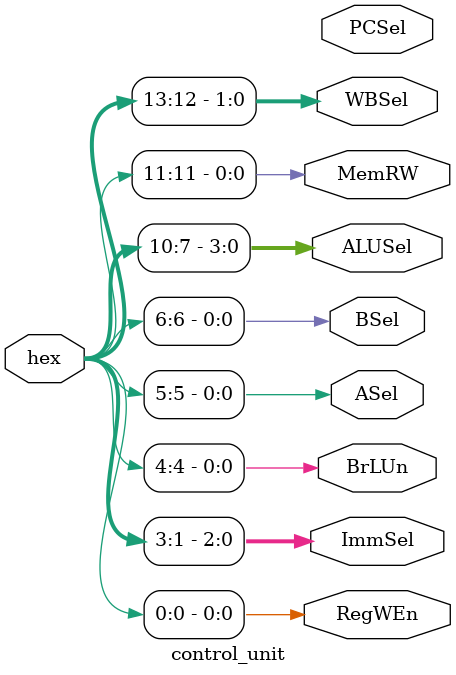
<source format=v>
module control_unit(
    input [15:0] hex,
    output RegWEn,
    output [2:0] ImmSel,
    output BrLUn, // used for load unsigned and branch unsigned
    output ASel,
    output BSel,
    output [3:0] ALUSel,
    output MemRW,
    output [1:0] WBSel,
    output [1:0] PCSel
);
    assign RegWEn = hex[0];
    assign ImmSel = hex[3:1];
    assign BrLUn = hex[4];
    assign ASel = hex[5];
    assign BSel = hex[6];
    assign ALUSel = hex[10:7];
    assign MemRW = hex[11];
    assign WBSel = hex[13:12];


endmodule

</source>
